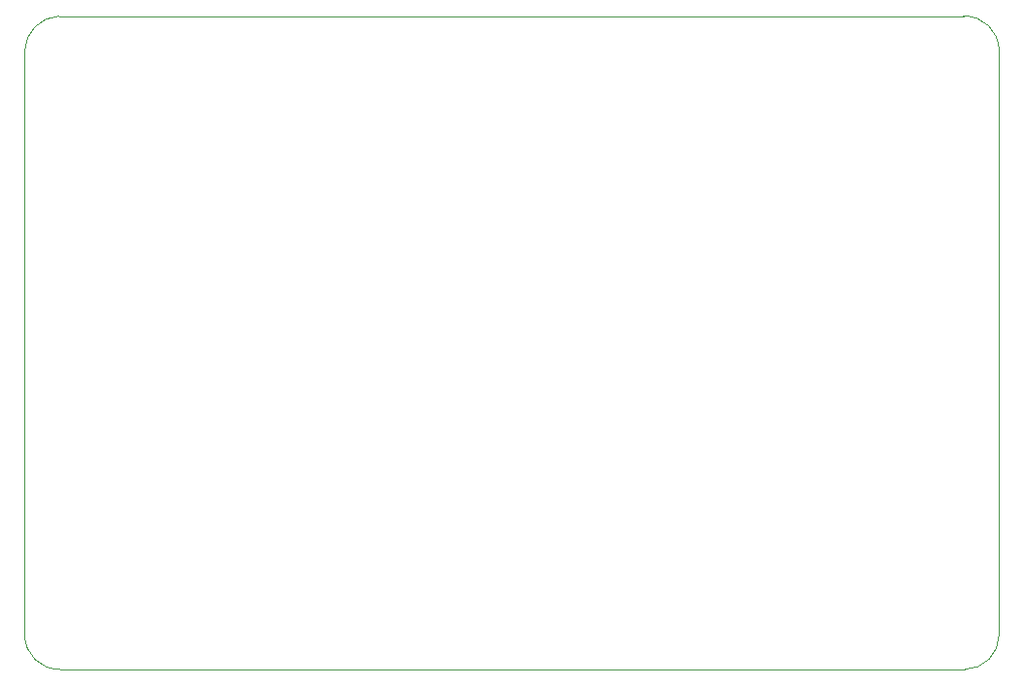
<source format=gbr>
%TF.GenerationSoftware,KiCad,Pcbnew,8.0.9-8.0.9-0~ubuntu22.04.1*%
%TF.CreationDate,2026-02-07T13:51:36+01:00*%
%TF.ProjectId,HW_0008_PrestoLO_rev01b,48575f30-3030-4385-9f50-726573746f4c,rev?*%
%TF.SameCoordinates,Original*%
%TF.FileFunction,Profile,NP*%
%FSLAX46Y46*%
G04 Gerber Fmt 4.6, Leading zero omitted, Abs format (unit mm)*
G04 Created by KiCad (PCBNEW 8.0.9-8.0.9-0~ubuntu22.04.1) date 2026-02-07 13:51:36*
%MOMM*%
%LPD*%
G01*
G04 APERTURE LIST*
%TA.AperFunction,Profile*%
%ADD10C,0.050000*%
%TD*%
G04 APERTURE END LIST*
D10*
X62997736Y-36002351D02*
G75*
G02*
X66000000Y-33000000I3123654J-121299D01*
G01*
X144878779Y-33000000D02*
G75*
G02*
X148000050Y-35997550I121221J-2997600D01*
G01*
X148000000Y-87000000D02*
G75*
G02*
X145000000Y-90000000I-3000000J0D01*
G01*
X145000000Y-90000000D02*
X66121320Y-90000000D01*
X63000000Y-87000000D02*
X63000000Y-36000000D01*
X148000000Y-36000000D02*
X148000000Y-87000000D01*
X66000000Y-32997551D02*
X144878779Y-33000000D01*
X66121320Y-90000000D02*
G75*
G02*
X62997548Y-87000000I-121320J3000000D01*
G01*
M02*

</source>
